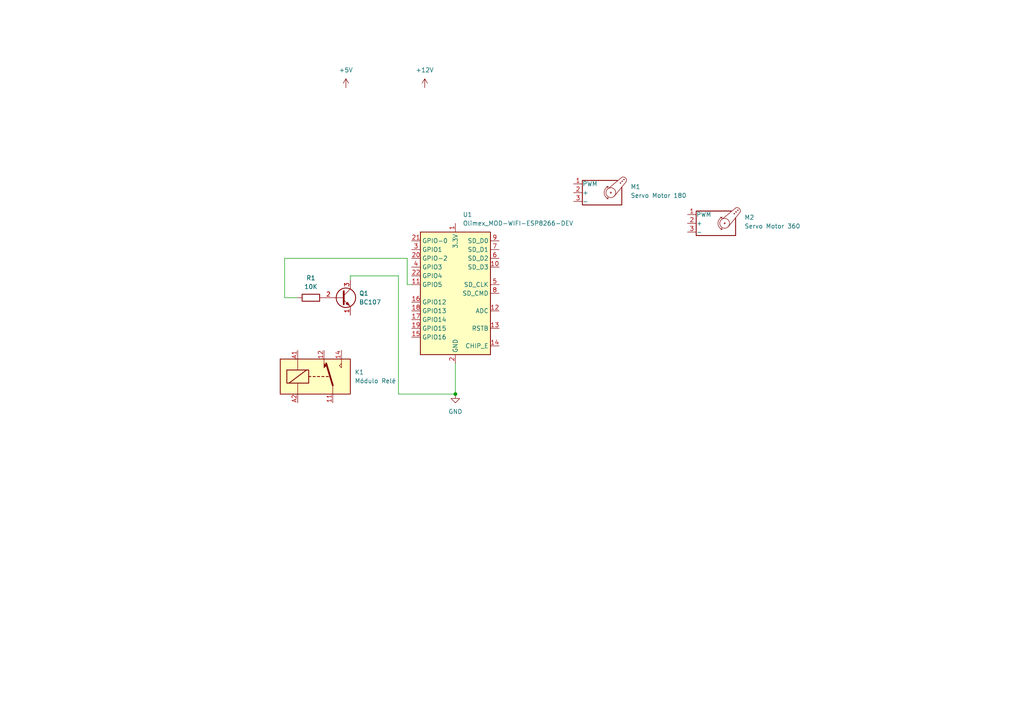
<source format=kicad_sch>
(kicad_sch (version 20250114) (generator "eeschema") (generator_version "9.0")
  (paper "A4")
  (lib_symbols
    (symbol "Device:R" (pin_numbers (hide yes)) (pin_names (offset 0))
      (property "Reference" "R" (at 2.032 0 90))
      (property "Value" "R" (at 0 0 90))
      (symbol "R_0_1"
        (rectangle (start -1.016 -2.54) (end 1.016 2.54) (stroke (width 0.254)))
      )
      (symbol "R_1_1"
        (pin passive line (at 0 3.81 270) (length 1.27) (name "~") (number "1"))
        (pin passive line (at 0 -3.81 90) (length 1.27) (name "~") (number "2"))
      )
    )
    (symbol "MCU_Module:Olimex_MOD-WIFI-ESP8266-DEV"
      (property "Reference" "U" (at 1.27 21.59 0))
      (property "Value" "Olimex_MOD-WIFI-ESP8266-DEV" (at 1.27 19.05 0))
      (symbol "Olimex_MOD-WIFI-ESP8266-DEV_0_1"
        (rectangle (start -10.16 17.78) (end 10.16 -17.78) (stroke (width 0.254)) (fill (type background)))
      )
      (symbol "Olimex_MOD-WIFI-ESP8266-DEV_1_1"
        (pin bidirectional line (at -12.7 15.24 0) (length 2.54) (name "GPIO-0") (number "21"))
        (pin bidirectional line (at -12.7 12.7 0) (length 2.54) (name "GPIO1") (number "3"))
        (pin bidirectional line (at -12.7 10.16 0) (length 2.54) (name "GPIO-2") (number "20"))
        (pin bidirectional line (at -12.7 7.62 0) (length 2.54) (name "GPIO3") (number "4"))
        (pin bidirectional line (at -12.7 5.08 0) (length 2.54) (name "GPIO4") (number "22"))
        (pin bidirectional line (at -12.7 2.54 0) (length 2.54) (name "GPIO5") (number "11"))
        (pin bidirectional line (at -12.7 -2.54 0) (length 2.54) (name "GPIO12") (number "16"))
        (pin bidirectional line (at -12.7 -5.08 0) (length 2.54) (name "GPIO13") (number "18"))
        (pin bidirectional line (at -12.7 -7.62 0) (length 2.54) (name "GPIO14") (number "17"))
        (pin bidirectional line (at -12.7 -10.16 0) (length 2.54) (name "GPIO15") (number "19"))
        (pin bidirectional line (at -12.7 -12.7 0) (length 2.54) (name "GPIO16") (number "15"))
        (pin power_in line (at 0 20.32 270) (length 2.54) (name "3.3V") (number "1"))
        (pin power_in line (at 0 -20.32 90) (length 2.54) (name "GND") (number "2"))
        (pin unspecified line (at 12.7 15.24 180) (length 2.54) (name "SD_D0") (number "9"))
        (pin unspecified line (at 12.7 12.7 180) (length 2.54) (name "SD_D1") (number "7"))
        (pin unspecified line (at 12.7 10.16 180) (length 2.54) (name "SD_D2") (number "6"))
        (pin unspecified line (at 12.7 7.62 180) (length 2.54) (name "SD_D3") (number "10"))
        (pin unspecified line (at 12.7 2.54 180) (length 2.54) (name "SD_CLK") (number "5"))
        (pin unspecified line (at 12.7 0 180) (length 2.54) (name "SD_CMD") (number "8"))
        (pin unspecified line (at 12.7 -5.08 180) (length 2.54) (name "ADC") (number "12"))
        (pin input line (at 12.7 -10.16 180) (length 2.54) (name "RSTB") (number "13"))
        (pin unspecified line (at 12.7 -15.24 180) (length 2.54) (name "CHIP_E") (number "14"))
      )
    )
    (symbol "Motor:Motor_Servo" (pin_names (offset 0.0254))
      (property "Reference" "M" (at -5.08 4.445 0))
      (property "Value" "Motor_Servo" (at -5.08 -4.064 0))
      (symbol "Motor_Servo_0_1"
        (polyline (pts (xy 2.413 1.778) (xy 1.905 1.778)))
        (polyline (pts (xy 2.413 1.778) (xy 2.286 1.397)))
        (polyline (pts (xy 2.413 -1.778) (xy 2.032 -1.778)))
        (polyline (pts (xy 2.413 -1.778) (xy 2.286 -1.397)))
        (arc (start 2.413 -1.778) (mid 1.2406 0) (end 2.413 1.778))
        (circle (center 3.175 0) (radius 0.1778))
        (circle (center 3.175 0) (radius 1.4224))
        (polyline (pts (xy 5.08 3.556) (xy -5.08 3.556) (xy -5.08 -3.556) (xy 6.35 -3.556) (xy 6.35 1.524)) (stroke (width 0.254)))
        (circle (center 5.969 2.794) (radius 0.127))
        (polyline (pts (xy 6.35 4.445) (xy 2.54 1.27)))
        (circle (center 6.477 3.302) (radius 0.127))
        (arc (start 6.35 4.445) (mid 7.4487 4.2737) (end 7.62 3.175))
        (circle (center 6.985 3.81) (radius 0.127))
        (polyline (pts (xy 7.62 3.175) (xy 4.191 -1.016)))
      )
      (symbol "Motor_Servo_1_1"
        (pin passive line (at -7.62 2.54 0) (length 2.54) (name "PWM") (number "1"))
        (pin passive line (at -7.62 0 0) (length 2.54) (name "+") (number "2"))
        (pin passive line (at -7.62 -2.54 0) (length 2.54) (name "-") (number "3"))
      )
    )
    (symbol "Relay:Fujitsu_FTR-LYCA005x"
      (property "Reference" "K" (at 11.43 3.81 0))
      (property "Value" "Fujitsu_FTR-LYCA005x" (at 11.43 1.27 0))
      (symbol "Fujitsu_FTR-LYCA005x_0_0"
        (polyline (pts (xy 7.62 5.08) (xy 7.62 2.54) (xy 6.985 3.175) (xy 7.62 3.81)))
      )
      (symbol "Fujitsu_FTR-LYCA005x_0_1"
        (rectangle (start -10.16 5.08) (end 10.16 -5.08) (stroke (width 0.254)) (fill (type background)))
        (rectangle (start -8.255 1.905) (end -1.905 -1.905) (stroke (width 0.254)))
        (polyline (pts (xy -7.62 -1.905) (xy -2.54 1.905)) (stroke (width 0.254)))
        (polyline (pts (xy -5.08 5.08) (xy -5.08 1.905)))
        (polyline (pts (xy -5.08 -5.08) (xy -5.08 -1.905)))
        (polyline (pts (xy -1.905 0) (xy -1.27 0)) (stroke (width 0.254)))
        (polyline (pts (xy -0.635 0) (xy 0 0)) (stroke (width 0.254)))
        (polyline (pts (xy 0.635 0) (xy 1.27 0)) (stroke (width 0.254)))
        (polyline (pts (xy 1.905 0) (xy 2.54 0)) (stroke (width 0.254)))
        (polyline (pts (xy 2.54 5.08) (xy 2.54 2.54) (xy 3.175 3.175) (xy 2.54 3.81)) (fill (type outline)))
        (polyline (pts (xy 3.175 0) (xy 3.81 0)) (stroke (width 0.254)))
        (polyline (pts (xy 5.08 -2.54) (xy 3.175 3.81)) (stroke (width 0.508)))
        (polyline (pts (xy 5.08 -2.54) (xy 5.08 -5.08)))
      )
      (symbol "Fujitsu_FTR-LYCA005x_1_1"
        (pin passive line (at -5.08 7.62 270) (length 2.54) (name "~") (number "A1"))
        (pin passive line (at -5.08 -7.62 90) (length 2.54) (name "~") (number "A2"))
        (pin passive line (at 2.54 7.62 270) (length 2.54) (name "~") (number "12"))
        (pin passive line (at 5.08 -7.62 90) (length 2.54) (name "~") (number "11"))
        (pin passive line (at 7.62 7.62 270) (length 2.54) (name "~") (number "14"))
      )
    )
    (symbol "Transistor_BJT:BC107" (pin_names (offset 0) (hide yes))
      (property "Reference" "Q" (at 5.08 1.905 0))
      (property "Value" "BC107" (at 5.08 0 0))
      (symbol "BC107_0_1"
        (polyline (pts (xy -2.54 0) (xy 0.635 0)))
        (polyline (pts (xy 0.635 1.905) (xy 0.635 -1.905)) (stroke (width 0.508)))
        (circle (center 1.27 0) (radius 2.8194) (stroke (width 0.254)))
      )
      (symbol "BC107_1_1"
        (polyline (pts (xy 0.635 0.635) (xy 2.54 2.54)))
        (polyline (pts (xy 0.635 -0.635) (xy 2.54 -2.54)))
        (polyline (pts (xy 1.27 -1.778) (xy 1.778 -1.27) (xy 2.286 -2.286) (xy 1.27 -1.778)) (fill (type outline)))
        (pin input line (at -5.08 0 0) (length 2.54) (name "B") (number "2"))
        (pin passive line (at 2.54 5.08 270) (length 2.54) (name "C") (number "3"))
        (pin passive line (at 2.54 -5.08 90) (length 2.54) (name "E") (number "1"))
      )
    )
    (symbol "power:+12V" (power) (pin_numbers (hide yes)) (pin_names (offset 0) (hide yes))
      (property "Value" "+12V" (at 0 3.556 0))
      (symbol "+12V_0_1"
        (polyline (pts (xy -0.762 1.27) (xy 0 2.54)))
        (polyline (pts (xy 0 2.54) (xy 0.762 1.27)))
        (polyline (pts (xy 0 0) (xy 0 2.54)))
      )
      (symbol "+12V_1_1"
        (pin power_in line (at 0 0 90) (length 0) (name "~") (number "1"))
      )
    )
    (symbol "power:+5V" (power) (pin_numbers (hide yes)) (pin_names (offset 0) (hide yes))
      (property "Value" "+5V" (at 0 3.556 0))
      (symbol "+5V_0_1"
        (polyline (pts (xy -0.762 1.27) (xy 0 2.54)))
        (polyline (pts (xy 0 2.54) (xy 0.762 1.27)))
        (polyline (pts (xy 0 0) (xy 0 2.54)))
      )
      (symbol "+5V_1_1"
        (pin power_in line (at 0 0 90) (length 0) (name "~") (number "1"))
      )
    )
    (symbol "power:GND" (power) (pin_numbers (hide yes)) (pin_names (offset 0) (hide yes))
      (property "Value" "GND" (at 0 -3.81 0))
      (symbol "GND_0_1"
        (polyline (pts (xy 0 0) (xy 0 -1.27) (xy 1.27 -1.27) (xy 0 -2.54) (xy -1.27 -1.27) (xy 0 -1.27)))
      )
      (symbol "GND_1_1"
        (pin power_in line (at 0 0 270) (length 0) (name "~") (number "1"))
      )
    )
  )
  (junction (at 132.08 114.3))
  (wire (pts (xy 115.57 80.01) (xy 115.57 114.3)))
  (wire (pts (xy 118.11 74.93) (xy 118.11 82.55)))
  (wire (pts (xy 118.11 82.55) (xy 119.38 82.55)))
  (wire (pts (xy 82.55 74.93) (xy 118.11 74.93)))
  (wire (pts (xy 86.36 86.36) (xy 82.55 86.36)))
  (wire (pts (xy 101.6 80.01) (xy 115.57 80.01)))
  (wire (pts (xy 101.6 81.28) (xy 101.6 80.01)))
  (wire (pts (xy 132.08 105.41) (xy 132.08 114.3)))
  (wire (pts (xy 115.57 114.3) (xy 132.08 114.3)))
  (wire (pts (xy 82.55 86.36) (xy 82.55 74.93)))
  (symbol (lib_id "power:+12V") (at 123.19 25.4 0) (unit 1)
    (property "Reference" "#PWR02" (effects (hide yes)))
    (property "Value" "+12V" (at 123.19 20.32 0))
    (property "Description" "Power symbol creates a global label with name \"+12V\"" (effects (hide yes)))
  )
  (symbol (lib_id "Relay:Fujitsu_FTR-LYCA005x") (at 91.44 109.22 0) (unit 1)
    (property "Reference" "K1" (at 102.87 107.9499 0) (effects (justify left)))
    (property "Value" "Módulo Relé" (at 102.87 110.4899 0) (effects (justify left)))
    (property "Footprint" "Relay_THT:Relay_SPDT_Fujitsu_FTR-LYCA005x_FormC_Vertical" (effects (hide yes)))
    (property "Datasheet" "https://www.fujitsu.com/sg/imagesgig5/ftr-ly.pdf" (effects (hide yes)))
    (property "Description" "Relay, SPDT Form C, vertical mount, 5-60V coil, 6A, 250VAC, 28 x 5 x 15mm" (effects (hide yes)))
  )
  (symbol (lib_id "MCU_Module:Olimex_MOD-WIFI-ESP8266-DEV") (at 132.08 85.09 0) (unit 1)
    (property "Reference" "U1" (at 134.2233 62.23 0) (effects (justify left)))
    (property "Value" "Olimex_MOD-WIFI-ESP8266-DEV" (at 134.2233 64.77 0) (effects (justify left)))
    (property "Footprint" "Module:Olimex_MOD-WIFI-ESP8266-DEV" (effects (hide yes)))
    (property "Datasheet" "https://raw.githubusercontent.com/OLIMEX/ESP8266/master/HARDWARE/MOD-WIFI-ESP8266-DEV/MOD-WiFi-ESP8266-DEV%20revision%20B2/MOD-WiFi-ESP8266-DEV_Rev_B2.pdf" (effects (hide yes)))
    (property "Description" "ESP8266 development board" (effects (hide yes)))
  )
  (symbol (lib_id "Device:R") (at 90.17 86.36 90) (unit 1)
    (property "Reference" "R1" (at 90.17 80.6275 90))
    (property "Value" "10K" (at 90.17 83.1675 90))
    (property "Description" "Resistor" (effects (hide yes)))
  )
  (symbol (lib_id "Motor:Motor_Servo") (at 207.01 64.77 0) (unit 1)
    (property "Reference" "M2" (at 215.9 63.0668 0) (effects (justify left)))
    (property "Value" "Servo Motor 360" (at 215.9 65.6068 0) (effects (justify left)))
    (property "Datasheet" "http://forums.parallax.com/uploads/attachments/46831/74481.png" (effects (hide yes)))
    (property "Description" "Servo Motor (Futaba, HiTec, JR connector)" (effects (hide yes)))
  )
  (symbol (lib_id "power:+5V") (at 100.33 25.4 0) (unit 1)
    (property "Reference" "#PWR01" (effects (hide yes)))
    (property "Value" "+5V" (at 100.33 20.32 0))
    (property "Description" "Power symbol creates a global label with name \"+5V\"" (effects (hide yes)))
  )
  (symbol (lib_id "power:GND") (at 132.08 114.3 0) (unit 1)
    (property "Reference" "#PWR03" (effects (hide yes)))
    (property "Value" "GND" (at 132.08 119.38 0))
    (property "Description" "Power symbol creates a global label with name \"GND\" , ground" (effects (hide yes)))
  )
  (symbol (lib_id "Transistor_BJT:BC107") (at 99.06 86.36 0) (unit 1)
    (property "Reference" "Q1" (at 104.14 85.0899 0) (effects (justify left)))
    (property "Value" "BC107" (at 104.14 87.6299 0) (effects (justify left)))
    (property "Footprint" "Package_TO_SOT_THT:TO-18-3" (effects (hide yes)))
    (property "Datasheet" "http://www.b-kainka.de/Daten/Transistor/BC108.pdf" (effects (hide yes)))
    (property "Description" "0.1A Ic, 50V Vce, Low Noise General Purpose NPN Transistor, TO-18" (effects (hide yes)))
  )
  (symbol (lib_id "Motor:Motor_Servo") (at 173.99 55.88 0) (unit 1)
    (property "Reference" "M1" (at 182.88 54.1768 0) (effects (justify left)))
    (property "Value" "Servo Motor 180" (at 182.88 56.7168 0) (effects (justify left)))
    (property "Datasheet" "http://forums.parallax.com/uploads/attachments/46831/74481.png" (effects (hide yes)))
    (property "Description" "Servo Motor (Futaba, HiTec, JR connector)" (effects (hide yes)))
  )
)
</source>
